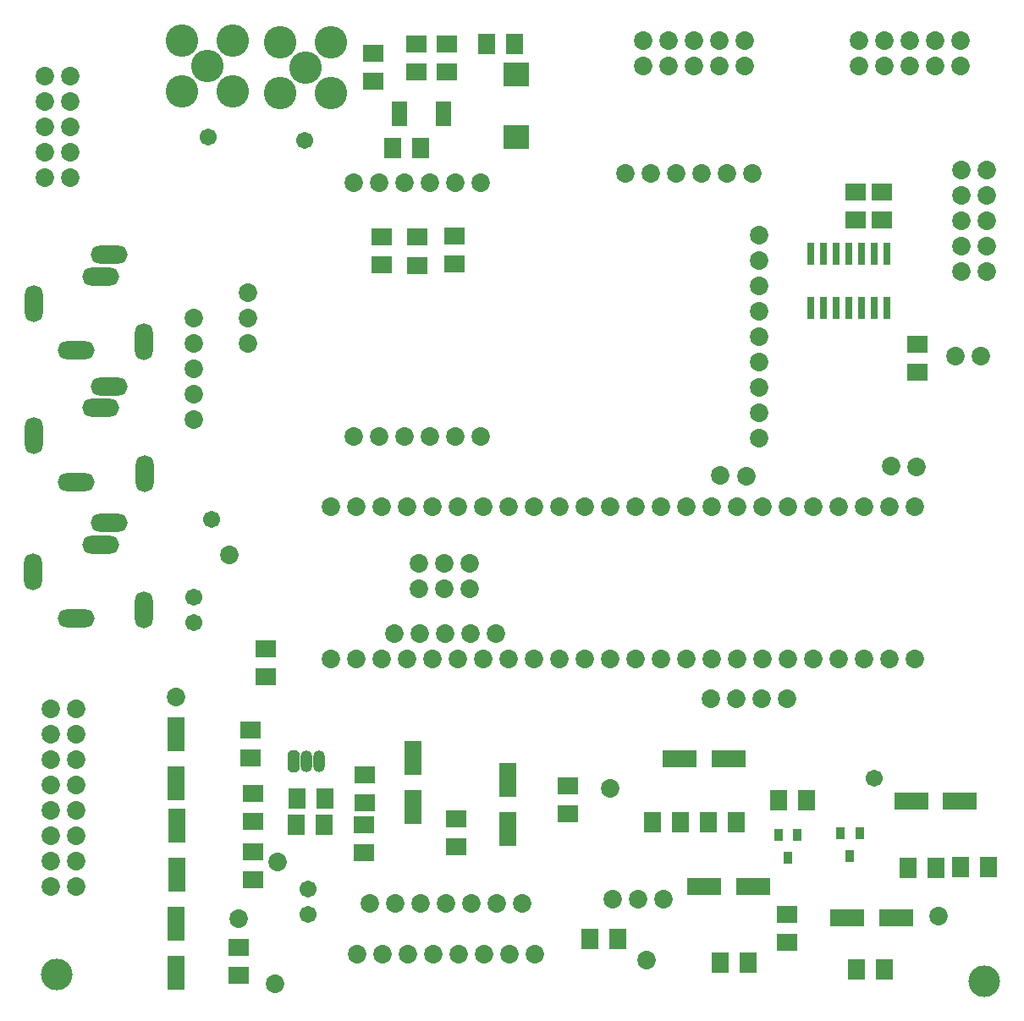
<source format=gbr>
G04 DipTrace 3.3.1.1*
G04 TopMask.gbr*
%MOIN*%
G04 #@! TF.FileFunction,Soldermask,Top*
G04 #@! TF.Part,Single*
%AMOUTLINE1*
4,1,8,
-0.023685,-0.031184,
-0.011499,-0.04337,
0.011499,-0.04337,
0.023685,-0.031184,
0.023685,0.031184,
0.011499,0.04337,
-0.011499,0.04337,
-0.023685,0.031184,
-0.023685,-0.031184,
0*%
%ADD44C,0.125*%
%ADD50R,0.102488X0.094614*%
%ADD52R,0.063118X0.019811*%
%ADD54R,0.031622X0.08674*%
%ADD56R,0.033591X0.049339*%
%ADD58O,0.04737X0.08674*%
%ADD60C,0.067055*%
%ADD62C,0.128*%
%ADD64C,0.073*%
%ADD66O,0.145795X0.070992*%
%ADD68O,0.070992X0.145795*%
%ADD70R,0.132016X0.070992*%
%ADD72R,0.070992X0.078866*%
%ADD74R,0.078866X0.070992*%
%ADD76R,0.070992X0.132016*%
%ADD84OUTLINE1*%
%FSLAX26Y26*%
G04*
G70*
G90*
G75*
G01*
G04 TopMask*
%LPD*%
D76*
X1022320Y1489035D3*
Y1296122D3*
D74*
X1325904Y915542D3*
Y1025778D3*
D76*
X1025257Y1130060D3*
Y937147D3*
D74*
X1378378Y1826217D3*
Y1715980D3*
X3942112Y3028181D3*
Y2917945D3*
D72*
X1607974Y1134652D3*
X1497738D3*
D74*
X1269907Y538886D3*
Y649122D3*
D76*
X1022320Y744648D3*
Y551735D3*
D74*
X3802690Y3516362D3*
Y3626598D3*
D70*
X3918626Y1226358D3*
X4111539D3*
X3666719Y765634D3*
X3859633D3*
D72*
X3703689Y564051D3*
X3813925D3*
D70*
X3198865Y1392497D3*
X3005951D3*
X3296509Y890203D3*
X3103596D3*
D72*
X1988214Y3799562D3*
X1877978D3*
D74*
X1800407Y4174504D3*
Y4064268D3*
D72*
X2246176Y4208795D3*
X2356412D3*
D76*
X2330110Y1115955D3*
Y1308869D3*
D74*
X2567619Y1285580D3*
Y1175344D3*
D76*
X1957932Y1204891D3*
Y1397804D3*
D72*
X2653545Y683798D3*
X2763781D3*
D68*
X463280Y2667535D3*
D66*
X760756Y2861680D3*
X728273Y2775626D3*
X630899Y2482958D3*
D68*
X898913Y2517848D3*
D44*
X4205188Y518483D3*
X555010Y543539D3*
D72*
X3276971Y591807D3*
X3166735D3*
D74*
X2128398Y1156373D3*
Y1046136D3*
D68*
X461705Y2130306D3*
D66*
X759181Y2324450D3*
X726698Y2238396D3*
X629324Y1945728D3*
D68*
X897339Y1980618D3*
D64*
X3332766Y2385961D3*
X3913896Y4122675D3*
X1632766Y2385961D3*
X1732766D3*
X2876535Y599720D3*
X3713898Y4222675D3*
X1832766Y2385961D3*
X3713898Y4122675D3*
X1932766Y2385961D3*
X2178583Y2063003D3*
D62*
X1634197Y4216571D3*
D64*
X3913896Y4222675D3*
X2178583Y2163003D3*
X2863898Y4222675D3*
X2078583Y2063003D3*
Y2163003D3*
X3167507Y2508657D3*
X2863898Y4122675D3*
X1978583Y2063003D3*
Y2163003D3*
X3271782Y2507526D3*
X2032766Y2385961D3*
X2963896Y4222675D3*
X2132766Y2385961D3*
X2733493Y1276421D3*
X2232766Y2385961D3*
X1412655Y506047D3*
X2332766Y2385961D3*
X1270495Y764453D3*
X2432766Y2385961D3*
X1424091Y986971D3*
X2532766Y2385961D3*
X1024537Y1636870D3*
X3063896Y4122675D3*
X2632766Y2385961D3*
X3263896Y4122675D3*
X2732766Y2385961D3*
X3163898Y4222675D3*
X2832766Y2385961D3*
X2963896Y4122675D3*
X2932766Y2385961D3*
X3063896Y4222675D3*
X3032766Y2385961D3*
X3163898Y4122675D3*
X3132766Y2385961D3*
X3263896Y4222675D3*
X3232766Y2385961D3*
X3432766D3*
X3319000Y3456008D3*
X3532766Y2385961D3*
X3319000Y3356008D3*
X3632766Y2385961D3*
X3319000Y3256008D3*
X3732766Y2385961D3*
X3319000Y3156008D3*
X3832766Y2385961D3*
X3319000Y3056008D3*
X3932766Y2385961D3*
X3319000Y2956008D3*
X1632766Y1785961D3*
X3319000Y2856008D3*
X1732766Y1785961D3*
X3319000Y2756008D3*
X1832766Y1785961D3*
X2794000Y3699793D3*
X1932766Y1785961D3*
X2894000Y3699793D3*
X2032766Y1785961D3*
X2994000Y3699793D3*
X2132766Y1785961D3*
X3094000Y3699793D3*
X2232766Y1785961D3*
X3194000Y3699793D3*
X2332766Y1785961D3*
X3294000Y3699793D3*
X2432766Y1785961D3*
X2224291Y3663570D3*
X2532766Y1785961D3*
X1724291Y3663570D3*
X2632766Y1785961D3*
X1824291Y3663570D3*
X2732766Y1785961D3*
X1924291Y3663570D3*
X2832766Y1785961D3*
D62*
X1634197Y4016571D3*
D64*
X2932766Y1785961D3*
X2024291Y3663570D3*
X3032766Y1785961D3*
X2124291Y3663570D3*
X3132766Y1785961D3*
X2224291Y2663570D3*
X3232766Y1785961D3*
X1724291Y2663570D3*
X3332766Y1785961D3*
X1824291Y2663570D3*
X3432766Y1785961D3*
X1924291Y2663570D3*
X3813896Y4222675D3*
X3532766Y1785961D3*
X3632766D3*
X2024291Y2663570D3*
X4113896Y4122675D3*
X3732766Y1785961D3*
X4013898Y4222675D3*
X3832766Y1785961D3*
X3932766D3*
X2124291Y2663570D3*
X3230010Y1631039D3*
D62*
X1434197Y4016571D3*
D64*
X3330010Y1631039D3*
X3430010D3*
X1882766Y1885961D3*
X1306500Y3031008D3*
X2282766Y1885961D3*
X1306500Y3131008D3*
X1982766Y1885961D3*
D62*
X1434197Y4216571D3*
D64*
X2082766Y1885961D3*
D62*
X1534197Y4116571D3*
X1247892Y4223017D3*
D64*
X2182766Y1885961D3*
D62*
X1247892Y4023017D3*
X1047892D3*
D64*
X4216182Y3712315D3*
Y3612315D3*
Y3512315D3*
Y3412315D3*
Y3312315D3*
X3813896Y4122675D3*
X3319000Y2656008D3*
X4013898Y4122675D3*
X4113896Y4222675D3*
X4116182Y3712315D3*
Y3612315D3*
Y3412315D3*
Y3512315D3*
Y3312315D3*
X1306500Y3231008D3*
X4194000Y2981008D3*
X4094000D3*
D62*
X1047892Y4223017D3*
X1147892Y4123017D3*
D64*
X1094000Y2931008D3*
Y3131008D3*
Y3031008D3*
X3130010Y1631039D3*
X508419Y3683147D3*
X608419D3*
X3839545Y2546232D3*
X3940192Y2543001D3*
X529978Y1491374D3*
Y1391374D3*
X508419Y3783146D3*
X529978Y1291374D3*
X608419Y3883146D3*
X529978Y1191374D3*
X608419Y4083146D3*
X529978Y1091374D3*
X508419Y3983147D3*
X529978Y991374D3*
Y891374D3*
X1094000Y2831008D3*
X629978Y891374D3*
X608419Y3783146D3*
X629978Y991374D3*
X508419Y3883146D3*
X629978Y1091374D3*
X608419Y3983147D3*
X629978Y1191374D3*
X508419Y4083146D3*
X629978Y1291374D3*
X1232768Y2198168D3*
X629978Y1391374D3*
X1094000Y2731008D3*
X629978Y1491374D3*
Y1591374D3*
X529978D3*
D60*
X1149581Y3844320D3*
X1529415Y3831521D3*
X1094000Y2031008D3*
X1161891Y2337310D3*
X3773984Y1317278D3*
X1094000Y1931008D3*
X1544000Y881008D3*
Y781008D3*
D64*
X4026841Y772941D3*
D84*
X1487542Y1382894D3*
D58*
X1537542D3*
X1587542D3*
D56*
X3715459Y1100018D3*
X3640656D3*
X3678058Y1009467D3*
X3470585Y1094387D3*
X3395782D3*
X3433184Y1003836D3*
D72*
X1499593Y1237192D3*
X1609829D3*
D74*
X1325236Y1255890D3*
Y1145654D3*
X1316718Y1507097D3*
Y1396861D3*
X3699198Y3516327D3*
Y3626563D3*
X1834013Y3341189D3*
Y3451425D3*
X1972693Y3338500D3*
Y3448736D3*
X2120432Y3343837D3*
Y3454073D3*
D72*
X4015438Y964336D3*
X3905202D3*
X4113157Y966386D3*
X4223394D3*
X3120499Y1145115D3*
X3230735D3*
X2899210Y1142329D3*
X3009446D3*
X3397623Y1231416D3*
X3507860D3*
D74*
X3430530Y668629D3*
Y778865D3*
X1970585Y4208795D3*
Y4098559D3*
X2088696Y4208795D3*
Y4098559D3*
X1766852Y1330978D3*
Y1220741D3*
X1762021Y1132535D3*
Y1022299D3*
D64*
X2744837Y838732D3*
X2844837D3*
X2944837D3*
D68*
X462563Y3186919D3*
D66*
X760039Y3381063D3*
X727556Y3295009D3*
X630182Y3002341D3*
D68*
X898197Y3037231D3*
D64*
X1736944Y623127D3*
X1786944Y823127D3*
X1836944Y623127D3*
X1886944Y823127D3*
X1936944Y623127D3*
X1986944Y823127D3*
X2036944Y623127D3*
X2086944Y823127D3*
X2136944Y623127D3*
X2186944Y823127D3*
X2236944Y623127D3*
X2286944Y823127D3*
X2336944Y623127D3*
X2386944Y823127D3*
X2436944Y623127D3*
D54*
X3522465Y3169911D3*
X3572465D3*
X3622465D3*
X3672465D3*
X3722465D3*
X3772465D3*
X3822465D3*
Y3382509D3*
X3772465D3*
X3722465D3*
X3672465D3*
X3622465D3*
X3572465D3*
X3522465D3*
D52*
X2075454Y3895689D3*
Y3915374D3*
Y3935059D3*
Y3954744D3*
Y3974429D3*
X1902226D3*
Y3954744D3*
Y3935059D3*
Y3915374D3*
Y3895689D3*
D50*
X2364286Y4090685D3*
Y3842654D3*
M02*

</source>
